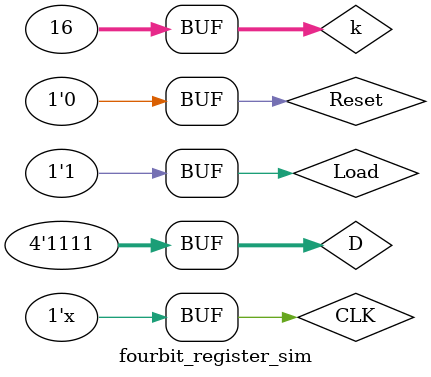
<source format=v>
`timescale 1ns / 1ps

module fourbit_register_sim;

reg CLK; 
reg [3:0] D;  
reg Reset;
reg Load;
wire [3:0] Q;
integer k;

   
fourbit_register ttul(.CLK(CLK), .D(D), .Reset(Reset), .Load(Load), .Q(Q));

// Digital clock 
always #5 CLK = !CLK;
    
initial
    begin
        CLK = 0; D = 0; Reset = 1; Load = 0; 
        for(k = 0; k < 16; k = k + 1)
            #5 D = k;
        #10;
        
        CLK = 0; D = 0; Reset = 0; Load = 1;
        for(k = 0; k < 16; k = k + 1)
            #10 D = k;
        #10;
    end

endmodule

</source>
